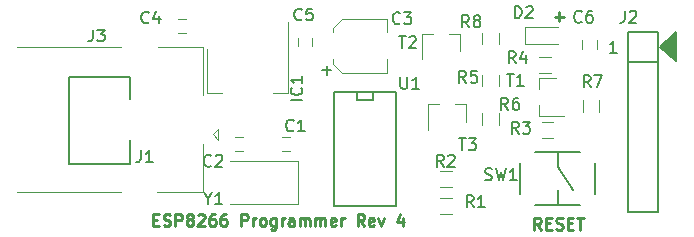
<source format=gbr>
G04 #@! TF.GenerationSoftware,KiCad,Pcbnew,5.0.0-fee4fd1~65~ubuntu17.10.1*
G04 #@! TF.CreationDate,2018-12-23T17:35:25+00:00*
G04 #@! TF.ProjectId,Programmer Using CH340G,50726F6772616D6D6572205573696E67,rev?*
G04 #@! TF.SameCoordinates,Original*
G04 #@! TF.FileFunction,Legend,Top*
G04 #@! TF.FilePolarity,Positive*
%FSLAX46Y46*%
G04 Gerber Fmt 4.6, Leading zero omitted, Abs format (unit mm)*
G04 Created by KiCad (PCBNEW 5.0.0-fee4fd1~65~ubuntu17.10.1) date Sun Dec 23 17:35:25 2018*
%MOMM*%
%LPD*%
G01*
G04 APERTURE LIST*
%ADD10C,0.150000*%
%ADD11C,0.250000*%
%ADD12C,0.120000*%
G04 APERTURE END LIST*
D10*
G36*
X134239000Y-42672000D02*
X135636000Y-41402000D01*
X135636000Y-43815000D01*
X134239000Y-42672000D01*
G37*
X134239000Y-42672000D02*
X135636000Y-41402000D01*
X135636000Y-43815000D01*
X134239000Y-42672000D01*
D11*
X125349047Y-40076428D02*
X126110952Y-40076428D01*
X125730000Y-40457380D02*
X125730000Y-39695476D01*
X91346071Y-57269071D02*
X91679404Y-57269071D01*
X91822261Y-57792880D02*
X91346071Y-57792880D01*
X91346071Y-56792880D01*
X91822261Y-56792880D01*
X92203214Y-57745261D02*
X92346071Y-57792880D01*
X92584166Y-57792880D01*
X92679404Y-57745261D01*
X92727023Y-57697642D01*
X92774642Y-57602404D01*
X92774642Y-57507166D01*
X92727023Y-57411928D01*
X92679404Y-57364309D01*
X92584166Y-57316690D01*
X92393690Y-57269071D01*
X92298452Y-57221452D01*
X92250833Y-57173833D01*
X92203214Y-57078595D01*
X92203214Y-56983357D01*
X92250833Y-56888119D01*
X92298452Y-56840500D01*
X92393690Y-56792880D01*
X92631785Y-56792880D01*
X92774642Y-56840500D01*
X93203214Y-57792880D02*
X93203214Y-56792880D01*
X93584166Y-56792880D01*
X93679404Y-56840500D01*
X93727023Y-56888119D01*
X93774642Y-56983357D01*
X93774642Y-57126214D01*
X93727023Y-57221452D01*
X93679404Y-57269071D01*
X93584166Y-57316690D01*
X93203214Y-57316690D01*
X94346071Y-57221452D02*
X94250833Y-57173833D01*
X94203214Y-57126214D01*
X94155595Y-57030976D01*
X94155595Y-56983357D01*
X94203214Y-56888119D01*
X94250833Y-56840500D01*
X94346071Y-56792880D01*
X94536547Y-56792880D01*
X94631785Y-56840500D01*
X94679404Y-56888119D01*
X94727023Y-56983357D01*
X94727023Y-57030976D01*
X94679404Y-57126214D01*
X94631785Y-57173833D01*
X94536547Y-57221452D01*
X94346071Y-57221452D01*
X94250833Y-57269071D01*
X94203214Y-57316690D01*
X94155595Y-57411928D01*
X94155595Y-57602404D01*
X94203214Y-57697642D01*
X94250833Y-57745261D01*
X94346071Y-57792880D01*
X94536547Y-57792880D01*
X94631785Y-57745261D01*
X94679404Y-57697642D01*
X94727023Y-57602404D01*
X94727023Y-57411928D01*
X94679404Y-57316690D01*
X94631785Y-57269071D01*
X94536547Y-57221452D01*
X95107976Y-56888119D02*
X95155595Y-56840500D01*
X95250833Y-56792880D01*
X95488928Y-56792880D01*
X95584166Y-56840500D01*
X95631785Y-56888119D01*
X95679404Y-56983357D01*
X95679404Y-57078595D01*
X95631785Y-57221452D01*
X95060357Y-57792880D01*
X95679404Y-57792880D01*
X96536547Y-56792880D02*
X96346071Y-56792880D01*
X96250833Y-56840500D01*
X96203214Y-56888119D01*
X96107976Y-57030976D01*
X96060357Y-57221452D01*
X96060357Y-57602404D01*
X96107976Y-57697642D01*
X96155595Y-57745261D01*
X96250833Y-57792880D01*
X96441309Y-57792880D01*
X96536547Y-57745261D01*
X96584166Y-57697642D01*
X96631785Y-57602404D01*
X96631785Y-57364309D01*
X96584166Y-57269071D01*
X96536547Y-57221452D01*
X96441309Y-57173833D01*
X96250833Y-57173833D01*
X96155595Y-57221452D01*
X96107976Y-57269071D01*
X96060357Y-57364309D01*
X97488928Y-56792880D02*
X97298452Y-56792880D01*
X97203214Y-56840500D01*
X97155595Y-56888119D01*
X97060357Y-57030976D01*
X97012738Y-57221452D01*
X97012738Y-57602404D01*
X97060357Y-57697642D01*
X97107976Y-57745261D01*
X97203214Y-57792880D01*
X97393690Y-57792880D01*
X97488928Y-57745261D01*
X97536547Y-57697642D01*
X97584166Y-57602404D01*
X97584166Y-57364309D01*
X97536547Y-57269071D01*
X97488928Y-57221452D01*
X97393690Y-57173833D01*
X97203214Y-57173833D01*
X97107976Y-57221452D01*
X97060357Y-57269071D01*
X97012738Y-57364309D01*
X98774642Y-57792880D02*
X98774642Y-56792880D01*
X99155595Y-56792880D01*
X99250833Y-56840500D01*
X99298452Y-56888119D01*
X99346071Y-56983357D01*
X99346071Y-57126214D01*
X99298452Y-57221452D01*
X99250833Y-57269071D01*
X99155595Y-57316690D01*
X98774642Y-57316690D01*
X99774642Y-57792880D02*
X99774642Y-57126214D01*
X99774642Y-57316690D02*
X99822261Y-57221452D01*
X99869880Y-57173833D01*
X99965119Y-57126214D01*
X100060357Y-57126214D01*
X100536547Y-57792880D02*
X100441309Y-57745261D01*
X100393690Y-57697642D01*
X100346071Y-57602404D01*
X100346071Y-57316690D01*
X100393690Y-57221452D01*
X100441309Y-57173833D01*
X100536547Y-57126214D01*
X100679404Y-57126214D01*
X100774642Y-57173833D01*
X100822261Y-57221452D01*
X100869880Y-57316690D01*
X100869880Y-57602404D01*
X100822261Y-57697642D01*
X100774642Y-57745261D01*
X100679404Y-57792880D01*
X100536547Y-57792880D01*
X101727023Y-57126214D02*
X101727023Y-57935738D01*
X101679404Y-58030976D01*
X101631785Y-58078595D01*
X101536547Y-58126214D01*
X101393690Y-58126214D01*
X101298452Y-58078595D01*
X101727023Y-57745261D02*
X101631785Y-57792880D01*
X101441309Y-57792880D01*
X101346071Y-57745261D01*
X101298452Y-57697642D01*
X101250833Y-57602404D01*
X101250833Y-57316690D01*
X101298452Y-57221452D01*
X101346071Y-57173833D01*
X101441309Y-57126214D01*
X101631785Y-57126214D01*
X101727023Y-57173833D01*
X102203214Y-57792880D02*
X102203214Y-57126214D01*
X102203214Y-57316690D02*
X102250833Y-57221452D01*
X102298452Y-57173833D01*
X102393690Y-57126214D01*
X102488928Y-57126214D01*
X103250833Y-57792880D02*
X103250833Y-57269071D01*
X103203214Y-57173833D01*
X103107976Y-57126214D01*
X102917500Y-57126214D01*
X102822261Y-57173833D01*
X103250833Y-57745261D02*
X103155595Y-57792880D01*
X102917500Y-57792880D01*
X102822261Y-57745261D01*
X102774642Y-57650023D01*
X102774642Y-57554785D01*
X102822261Y-57459547D01*
X102917500Y-57411928D01*
X103155595Y-57411928D01*
X103250833Y-57364309D01*
X103727023Y-57792880D02*
X103727023Y-57126214D01*
X103727023Y-57221452D02*
X103774642Y-57173833D01*
X103869880Y-57126214D01*
X104012738Y-57126214D01*
X104107976Y-57173833D01*
X104155595Y-57269071D01*
X104155595Y-57792880D01*
X104155595Y-57269071D02*
X104203214Y-57173833D01*
X104298452Y-57126214D01*
X104441309Y-57126214D01*
X104536547Y-57173833D01*
X104584166Y-57269071D01*
X104584166Y-57792880D01*
X105060357Y-57792880D02*
X105060357Y-57126214D01*
X105060357Y-57221452D02*
X105107976Y-57173833D01*
X105203214Y-57126214D01*
X105346071Y-57126214D01*
X105441309Y-57173833D01*
X105488928Y-57269071D01*
X105488928Y-57792880D01*
X105488928Y-57269071D02*
X105536547Y-57173833D01*
X105631785Y-57126214D01*
X105774642Y-57126214D01*
X105869880Y-57173833D01*
X105917500Y-57269071D01*
X105917500Y-57792880D01*
X106774642Y-57745261D02*
X106679404Y-57792880D01*
X106488928Y-57792880D01*
X106393690Y-57745261D01*
X106346071Y-57650023D01*
X106346071Y-57269071D01*
X106393690Y-57173833D01*
X106488928Y-57126214D01*
X106679404Y-57126214D01*
X106774642Y-57173833D01*
X106822261Y-57269071D01*
X106822261Y-57364309D01*
X106346071Y-57459547D01*
X107250833Y-57792880D02*
X107250833Y-57126214D01*
X107250833Y-57316690D02*
X107298452Y-57221452D01*
X107346071Y-57173833D01*
X107441309Y-57126214D01*
X107536547Y-57126214D01*
X109203214Y-57792880D02*
X108869880Y-57316690D01*
X108631785Y-57792880D02*
X108631785Y-56792880D01*
X109012738Y-56792880D01*
X109107976Y-56840500D01*
X109155595Y-56888119D01*
X109203214Y-56983357D01*
X109203214Y-57126214D01*
X109155595Y-57221452D01*
X109107976Y-57269071D01*
X109012738Y-57316690D01*
X108631785Y-57316690D01*
X110012738Y-57745261D02*
X109917500Y-57792880D01*
X109727023Y-57792880D01*
X109631785Y-57745261D01*
X109584166Y-57650023D01*
X109584166Y-57269071D01*
X109631785Y-57173833D01*
X109727023Y-57126214D01*
X109917500Y-57126214D01*
X110012738Y-57173833D01*
X110060357Y-57269071D01*
X110060357Y-57364309D01*
X109584166Y-57459547D01*
X110393690Y-57126214D02*
X110631785Y-57792880D01*
X110869880Y-57126214D01*
X112441309Y-57126214D02*
X112441309Y-57792880D01*
X112203214Y-56745261D02*
X111965119Y-57459547D01*
X112584166Y-57459547D01*
X124150619Y-58110380D02*
X123817285Y-57634190D01*
X123579190Y-58110380D02*
X123579190Y-57110380D01*
X123960142Y-57110380D01*
X124055380Y-57158000D01*
X124103000Y-57205619D01*
X124150619Y-57300857D01*
X124150619Y-57443714D01*
X124103000Y-57538952D01*
X124055380Y-57586571D01*
X123960142Y-57634190D01*
X123579190Y-57634190D01*
X124579190Y-57586571D02*
X124912523Y-57586571D01*
X125055380Y-58110380D02*
X124579190Y-58110380D01*
X124579190Y-57110380D01*
X125055380Y-57110380D01*
X125436333Y-58062761D02*
X125579190Y-58110380D01*
X125817285Y-58110380D01*
X125912523Y-58062761D01*
X125960142Y-58015142D01*
X126007761Y-57919904D01*
X126007761Y-57824666D01*
X125960142Y-57729428D01*
X125912523Y-57681809D01*
X125817285Y-57634190D01*
X125626809Y-57586571D01*
X125531571Y-57538952D01*
X125483952Y-57491333D01*
X125436333Y-57396095D01*
X125436333Y-57300857D01*
X125483952Y-57205619D01*
X125531571Y-57158000D01*
X125626809Y-57110380D01*
X125864904Y-57110380D01*
X126007761Y-57158000D01*
X126436333Y-57586571D02*
X126769666Y-57586571D01*
X126912523Y-58110380D02*
X126436333Y-58110380D01*
X126436333Y-57110380D01*
X126912523Y-57110380D01*
X127198238Y-57110380D02*
X127769666Y-57110380D01*
X127483952Y-58110380D02*
X127483952Y-57110380D01*
D10*
G04 #@! TO.C,J1*
X84201000Y-52514500D02*
X84201000Y-48831500D01*
X89408000Y-52514500D02*
X84201000Y-52514500D01*
X89408000Y-50482500D02*
X89408000Y-52514500D01*
X89408000Y-45148500D02*
X89408000Y-47053500D01*
X84201000Y-45148500D02*
X89408000Y-45148500D01*
X84201000Y-48831500D02*
X84201000Y-45148500D01*
D12*
G04 #@! TO.C,IC1*
X102724000Y-40540500D02*
X102724000Y-46550500D01*
X95904000Y-42790500D02*
X95904000Y-46550500D01*
X102724000Y-46550500D02*
X101464000Y-46550500D01*
X95904000Y-46550500D02*
X97164000Y-46550500D01*
G04 #@! TO.C,Y1*
X103570500Y-52302000D02*
X97820500Y-52302000D01*
X103570500Y-55902000D02*
X103570500Y-52302000D01*
X97820500Y-55902000D02*
X103570500Y-55902000D01*
D10*
G04 #@! TO.C,J2*
X131572000Y-43942000D02*
X134112000Y-43942000D01*
X131572000Y-56642000D02*
X131572000Y-41402000D01*
X134112000Y-56642000D02*
X131572000Y-56642000D01*
X134112000Y-41402000D02*
X134112000Y-56642000D01*
X131572000Y-41402000D02*
X134112000Y-41402000D01*
D12*
G04 #@! TO.C,J3*
X96369000Y-50038000D02*
X96819000Y-50488000D01*
X96819000Y-50488000D02*
X96819000Y-49588000D01*
X96819000Y-49588000D02*
X96369000Y-50038000D01*
X95519000Y-50838000D02*
X95519000Y-54938000D01*
X95519000Y-54938000D02*
X91669000Y-54938000D01*
X88619000Y-54938000D02*
X79819000Y-54938000D01*
X95519000Y-46738000D02*
X95519000Y-42638000D01*
X95519000Y-42638000D02*
X91719000Y-42638000D01*
X88569000Y-42638000D02*
X79819000Y-42638000D01*
G04 #@! TO.C,C1*
X102902500Y-51463500D02*
X102202500Y-51463500D01*
X102202500Y-50263500D02*
X102902500Y-50263500D01*
G04 #@! TO.C,C2*
X98265500Y-50263500D02*
X98965500Y-50263500D01*
X98965500Y-51463500D02*
X98265500Y-51463500D01*
G04 #@! TO.C,C4*
X93388000Y-40230500D02*
X94088000Y-40230500D01*
X94088000Y-41430500D02*
X93388000Y-41430500D01*
G04 #@! TO.C,C6*
X128870000Y-42080000D02*
X128870000Y-42780000D01*
X127670000Y-42780000D02*
X127670000Y-42080000D01*
G04 #@! TO.C,R1*
X116590000Y-56814000D02*
X115590000Y-56814000D01*
X115590000Y-55454000D02*
X116590000Y-55454000D01*
G04 #@! TO.C,R2*
X115590000Y-53168000D02*
X116590000Y-53168000D01*
X116590000Y-54528000D02*
X115590000Y-54528000D01*
G04 #@! TO.C,R3*
X124214000Y-48977000D02*
X125214000Y-48977000D01*
X125214000Y-50337000D02*
X124214000Y-50337000D01*
G04 #@! TO.C,R4*
X123972000Y-43516000D02*
X124972000Y-43516000D01*
X124972000Y-44876000D02*
X123972000Y-44876000D01*
G04 #@! TO.C,R5*
X119208000Y-45978000D02*
X119208000Y-44978000D01*
X120568000Y-44978000D02*
X120568000Y-45978000D01*
G04 #@! TO.C,R6*
X119208000Y-49268000D02*
X119208000Y-48268000D01*
X120568000Y-48268000D02*
X120568000Y-49268000D01*
G04 #@! TO.C,D2*
X122830000Y-40956000D02*
X125630000Y-40956000D01*
X122830000Y-42356000D02*
X125630000Y-42356000D01*
X122830000Y-40956000D02*
X122830000Y-42356000D01*
G04 #@! TO.C,R7*
X127717000Y-48125000D02*
X127717000Y-47125000D01*
X129077000Y-47125000D02*
X129077000Y-48125000D01*
G04 #@! TO.C,R8*
X120568000Y-41422000D02*
X120568000Y-42422000D01*
X119208000Y-42422000D02*
X119208000Y-41422000D01*
G04 #@! TO.C,C3*
X107297000Y-44815000D02*
X106527000Y-44055000D01*
X107297000Y-44815000D02*
X111107000Y-44815000D01*
X107297000Y-40245000D02*
X106527000Y-41005000D01*
X107297000Y-40245000D02*
X111107000Y-40245000D01*
X106527000Y-41005000D02*
X106527000Y-41415000D01*
X106527000Y-44055000D02*
X106527000Y-43645000D01*
X111107000Y-44815000D02*
X111107000Y-43645000D01*
X111107000Y-40245000D02*
X111107000Y-41415000D01*
G04 #@! TO.C,C5*
X103603500Y-42577500D02*
X103603500Y-41877500D01*
X104803500Y-41877500D02*
X104803500Y-42577500D01*
D10*
G04 #@! TO.C,SW1*
X127508000Y-51562000D02*
X123698000Y-51562000D01*
X127508000Y-56007000D02*
X123698000Y-56007000D01*
X125603000Y-51562000D02*
X125603000Y-52832000D01*
X125603000Y-52832000D02*
X126873000Y-54737000D01*
X125603000Y-54737000D02*
X125603000Y-56007000D01*
X128778000Y-52451000D02*
X128778000Y-55118000D01*
X122428000Y-52451000D02*
X122428000Y-55118000D01*
D12*
G04 #@! TO.C,T1*
X123954000Y-45283000D02*
X123954000Y-46213000D01*
X123954000Y-48443000D02*
X123954000Y-47513000D01*
X123954000Y-48443000D02*
X126114000Y-48443000D01*
X123954000Y-45283000D02*
X125414000Y-45283000D01*
G04 #@! TO.C,T2*
X117277000Y-41531000D02*
X117277000Y-42991000D01*
X114117000Y-41531000D02*
X114117000Y-43691000D01*
X114117000Y-41531000D02*
X115047000Y-41531000D01*
X117277000Y-41531000D02*
X116347000Y-41531000D01*
G04 #@! TO.C,T3*
X117785000Y-47500000D02*
X116855000Y-47500000D01*
X114625000Y-47500000D02*
X115555000Y-47500000D01*
X114625000Y-47500000D02*
X114625000Y-49660000D01*
X117785000Y-47500000D02*
X117785000Y-48960000D01*
D10*
G04 #@! TO.C,U1*
X106680000Y-46482000D02*
X106680000Y-56134000D01*
X106680000Y-56134000D02*
X111887000Y-56134000D01*
X111887000Y-56134000D02*
X111887000Y-46482000D01*
X111887000Y-46482000D02*
X106680000Y-46482000D01*
X108585000Y-46482000D02*
X108585000Y-47117000D01*
X108585000Y-47117000D02*
X109982000Y-47117000D01*
X109982000Y-47117000D02*
X109982000Y-46482000D01*
G04 #@! TO.C,J1*
X90281166Y-51395380D02*
X90281166Y-52109666D01*
X90233547Y-52252523D01*
X90138309Y-52347761D01*
X89995452Y-52395380D01*
X89900214Y-52395380D01*
X91281166Y-52395380D02*
X90709738Y-52395380D01*
X90995452Y-52395380D02*
X90995452Y-51395380D01*
X90900214Y-51538238D01*
X90804976Y-51633476D01*
X90709738Y-51681095D01*
G04 #@! TO.C,IC1*
X103957380Y-47140690D02*
X102957380Y-47140690D01*
X103862142Y-46093071D02*
X103909761Y-46140690D01*
X103957380Y-46283547D01*
X103957380Y-46378785D01*
X103909761Y-46521642D01*
X103814523Y-46616880D01*
X103719285Y-46664500D01*
X103528809Y-46712119D01*
X103385952Y-46712119D01*
X103195476Y-46664500D01*
X103100238Y-46616880D01*
X103005000Y-46521642D01*
X102957380Y-46378785D01*
X102957380Y-46283547D01*
X103005000Y-46140690D01*
X103052619Y-46093071D01*
X103957380Y-45140690D02*
X103957380Y-45712119D01*
X103957380Y-45426404D02*
X102957380Y-45426404D01*
X103100238Y-45521642D01*
X103195476Y-45616880D01*
X103243095Y-45712119D01*
G04 #@! TO.C,Y1*
X95980309Y-55475190D02*
X95980309Y-55951380D01*
X95646976Y-54951380D02*
X95980309Y-55475190D01*
X96313642Y-54951380D01*
X97170785Y-55951380D02*
X96599357Y-55951380D01*
X96885071Y-55951380D02*
X96885071Y-54951380D01*
X96789833Y-55094238D01*
X96694595Y-55189476D01*
X96599357Y-55237095D01*
G04 #@! TO.C,J2*
X131238666Y-39584380D02*
X131238666Y-40298666D01*
X131191047Y-40441523D01*
X131095809Y-40536761D01*
X130952952Y-40584380D01*
X130857714Y-40584380D01*
X131667238Y-39679619D02*
X131714857Y-39632000D01*
X131810095Y-39584380D01*
X132048190Y-39584380D01*
X132143428Y-39632000D01*
X132191047Y-39679619D01*
X132238666Y-39774857D01*
X132238666Y-39870095D01*
X132191047Y-40012952D01*
X131619619Y-40584380D01*
X132238666Y-40584380D01*
X130587714Y-43124380D02*
X130016285Y-43124380D01*
X130302000Y-43124380D02*
X130302000Y-42124380D01*
X130206761Y-42267238D01*
X130111523Y-42362476D01*
X130016285Y-42410095D01*
G04 #@! TO.C,J3*
X86217166Y-41171880D02*
X86217166Y-41886166D01*
X86169547Y-42029023D01*
X86074309Y-42124261D01*
X85931452Y-42171880D01*
X85836214Y-42171880D01*
X86598119Y-41171880D02*
X87217166Y-41171880D01*
X86883833Y-41552833D01*
X87026690Y-41552833D01*
X87121928Y-41600452D01*
X87169547Y-41648071D01*
X87217166Y-41743309D01*
X87217166Y-41981404D01*
X87169547Y-42076642D01*
X87121928Y-42124261D01*
X87026690Y-42171880D01*
X86740976Y-42171880D01*
X86645738Y-42124261D01*
X86598119Y-42076642D01*
G04 #@! TO.C,C1*
X103211333Y-49696642D02*
X103163714Y-49744261D01*
X103020857Y-49791880D01*
X102925619Y-49791880D01*
X102782761Y-49744261D01*
X102687523Y-49649023D01*
X102639904Y-49553785D01*
X102592285Y-49363309D01*
X102592285Y-49220452D01*
X102639904Y-49029976D01*
X102687523Y-48934738D01*
X102782761Y-48839500D01*
X102925619Y-48791880D01*
X103020857Y-48791880D01*
X103163714Y-48839500D01*
X103211333Y-48887119D01*
X104163714Y-49791880D02*
X103592285Y-49791880D01*
X103878000Y-49791880D02*
X103878000Y-48791880D01*
X103782761Y-48934738D01*
X103687523Y-49029976D01*
X103592285Y-49077595D01*
G04 #@! TO.C,C2*
X96226333Y-52681142D02*
X96178714Y-52728761D01*
X96035857Y-52776380D01*
X95940619Y-52776380D01*
X95797761Y-52728761D01*
X95702523Y-52633523D01*
X95654904Y-52538285D01*
X95607285Y-52347809D01*
X95607285Y-52204952D01*
X95654904Y-52014476D01*
X95702523Y-51919238D01*
X95797761Y-51824000D01*
X95940619Y-51776380D01*
X96035857Y-51776380D01*
X96178714Y-51824000D01*
X96226333Y-51871619D01*
X96607285Y-51871619D02*
X96654904Y-51824000D01*
X96750142Y-51776380D01*
X96988238Y-51776380D01*
X97083476Y-51824000D01*
X97131095Y-51871619D01*
X97178714Y-51966857D01*
X97178714Y-52062095D01*
X97131095Y-52204952D01*
X96559666Y-52776380D01*
X97178714Y-52776380D01*
G04 #@! TO.C,C4*
X90955833Y-40552642D02*
X90908214Y-40600261D01*
X90765357Y-40647880D01*
X90670119Y-40647880D01*
X90527261Y-40600261D01*
X90432023Y-40505023D01*
X90384404Y-40409785D01*
X90336785Y-40219309D01*
X90336785Y-40076452D01*
X90384404Y-39885976D01*
X90432023Y-39790738D01*
X90527261Y-39695500D01*
X90670119Y-39647880D01*
X90765357Y-39647880D01*
X90908214Y-39695500D01*
X90955833Y-39743119D01*
X91812976Y-39981214D02*
X91812976Y-40647880D01*
X91574880Y-39600261D02*
X91336785Y-40314547D01*
X91955833Y-40314547D01*
G04 #@! TO.C,C6*
X127595333Y-40489142D02*
X127547714Y-40536761D01*
X127404857Y-40584380D01*
X127309619Y-40584380D01*
X127166761Y-40536761D01*
X127071523Y-40441523D01*
X127023904Y-40346285D01*
X126976285Y-40155809D01*
X126976285Y-40012952D01*
X127023904Y-39822476D01*
X127071523Y-39727238D01*
X127166761Y-39632000D01*
X127309619Y-39584380D01*
X127404857Y-39584380D01*
X127547714Y-39632000D01*
X127595333Y-39679619D01*
X128452476Y-39584380D02*
X128262000Y-39584380D01*
X128166761Y-39632000D01*
X128119142Y-39679619D01*
X128023904Y-39822476D01*
X127976285Y-40012952D01*
X127976285Y-40393904D01*
X128023904Y-40489142D01*
X128071523Y-40536761D01*
X128166761Y-40584380D01*
X128357238Y-40584380D01*
X128452476Y-40536761D01*
X128500095Y-40489142D01*
X128547714Y-40393904D01*
X128547714Y-40155809D01*
X128500095Y-40060571D01*
X128452476Y-40012952D01*
X128357238Y-39965333D01*
X128166761Y-39965333D01*
X128071523Y-40012952D01*
X128023904Y-40060571D01*
X127976285Y-40155809D01*
G04 #@! TO.C,R1*
X118451333Y-56205380D02*
X118118000Y-55729190D01*
X117879904Y-56205380D02*
X117879904Y-55205380D01*
X118260857Y-55205380D01*
X118356095Y-55253000D01*
X118403714Y-55300619D01*
X118451333Y-55395857D01*
X118451333Y-55538714D01*
X118403714Y-55633952D01*
X118356095Y-55681571D01*
X118260857Y-55729190D01*
X117879904Y-55729190D01*
X119403714Y-56205380D02*
X118832285Y-56205380D01*
X119118000Y-56205380D02*
X119118000Y-55205380D01*
X119022761Y-55348238D01*
X118927523Y-55443476D01*
X118832285Y-55491095D01*
G04 #@! TO.C,R2*
X115911333Y-52776380D02*
X115578000Y-52300190D01*
X115339904Y-52776380D02*
X115339904Y-51776380D01*
X115720857Y-51776380D01*
X115816095Y-51824000D01*
X115863714Y-51871619D01*
X115911333Y-51966857D01*
X115911333Y-52109714D01*
X115863714Y-52204952D01*
X115816095Y-52252571D01*
X115720857Y-52300190D01*
X115339904Y-52300190D01*
X116292285Y-51871619D02*
X116339904Y-51824000D01*
X116435142Y-51776380D01*
X116673238Y-51776380D01*
X116768476Y-51824000D01*
X116816095Y-51871619D01*
X116863714Y-51966857D01*
X116863714Y-52062095D01*
X116816095Y-52204952D01*
X116244666Y-52776380D01*
X116863714Y-52776380D01*
G04 #@! TO.C,R3*
X122273333Y-49982380D02*
X121940000Y-49506190D01*
X121701904Y-49982380D02*
X121701904Y-48982380D01*
X122082857Y-48982380D01*
X122178095Y-49030000D01*
X122225714Y-49077619D01*
X122273333Y-49172857D01*
X122273333Y-49315714D01*
X122225714Y-49410952D01*
X122178095Y-49458571D01*
X122082857Y-49506190D01*
X121701904Y-49506190D01*
X122606666Y-48982380D02*
X123225714Y-48982380D01*
X122892380Y-49363333D01*
X123035238Y-49363333D01*
X123130476Y-49410952D01*
X123178095Y-49458571D01*
X123225714Y-49553809D01*
X123225714Y-49791904D01*
X123178095Y-49887142D01*
X123130476Y-49934761D01*
X123035238Y-49982380D01*
X122749523Y-49982380D01*
X122654285Y-49934761D01*
X122606666Y-49887142D01*
G04 #@! TO.C,R4*
X122007333Y-44013380D02*
X121674000Y-43537190D01*
X121435904Y-44013380D02*
X121435904Y-43013380D01*
X121816857Y-43013380D01*
X121912095Y-43061000D01*
X121959714Y-43108619D01*
X122007333Y-43203857D01*
X122007333Y-43346714D01*
X121959714Y-43441952D01*
X121912095Y-43489571D01*
X121816857Y-43537190D01*
X121435904Y-43537190D01*
X122864476Y-43346714D02*
X122864476Y-44013380D01*
X122626380Y-42965761D02*
X122388285Y-43680047D01*
X123007333Y-43680047D01*
G04 #@! TO.C,R5*
X117816333Y-45664380D02*
X117483000Y-45188190D01*
X117244904Y-45664380D02*
X117244904Y-44664380D01*
X117625857Y-44664380D01*
X117721095Y-44712000D01*
X117768714Y-44759619D01*
X117816333Y-44854857D01*
X117816333Y-44997714D01*
X117768714Y-45092952D01*
X117721095Y-45140571D01*
X117625857Y-45188190D01*
X117244904Y-45188190D01*
X118721095Y-44664380D02*
X118244904Y-44664380D01*
X118197285Y-45140571D01*
X118244904Y-45092952D01*
X118340142Y-45045333D01*
X118578238Y-45045333D01*
X118673476Y-45092952D01*
X118721095Y-45140571D01*
X118768714Y-45235809D01*
X118768714Y-45473904D01*
X118721095Y-45569142D01*
X118673476Y-45616761D01*
X118578238Y-45664380D01*
X118340142Y-45664380D01*
X118244904Y-45616761D01*
X118197285Y-45569142D01*
G04 #@! TO.C,R6*
X121372333Y-47950380D02*
X121039000Y-47474190D01*
X120800904Y-47950380D02*
X120800904Y-46950380D01*
X121181857Y-46950380D01*
X121277095Y-46998000D01*
X121324714Y-47045619D01*
X121372333Y-47140857D01*
X121372333Y-47283714D01*
X121324714Y-47378952D01*
X121277095Y-47426571D01*
X121181857Y-47474190D01*
X120800904Y-47474190D01*
X122229476Y-46950380D02*
X122039000Y-46950380D01*
X121943761Y-46998000D01*
X121896142Y-47045619D01*
X121800904Y-47188476D01*
X121753285Y-47378952D01*
X121753285Y-47759904D01*
X121800904Y-47855142D01*
X121848523Y-47902761D01*
X121943761Y-47950380D01*
X122134238Y-47950380D01*
X122229476Y-47902761D01*
X122277095Y-47855142D01*
X122324714Y-47759904D01*
X122324714Y-47521809D01*
X122277095Y-47426571D01*
X122229476Y-47378952D01*
X122134238Y-47331333D01*
X121943761Y-47331333D01*
X121848523Y-47378952D01*
X121800904Y-47426571D01*
X121753285Y-47521809D01*
G04 #@! TO.C,D2*
X121943904Y-40203380D02*
X121943904Y-39203380D01*
X122182000Y-39203380D01*
X122324857Y-39251000D01*
X122420095Y-39346238D01*
X122467714Y-39441476D01*
X122515333Y-39631952D01*
X122515333Y-39774809D01*
X122467714Y-39965285D01*
X122420095Y-40060523D01*
X122324857Y-40155761D01*
X122182000Y-40203380D01*
X121943904Y-40203380D01*
X122896285Y-39298619D02*
X122943904Y-39251000D01*
X123039142Y-39203380D01*
X123277238Y-39203380D01*
X123372476Y-39251000D01*
X123420095Y-39298619D01*
X123467714Y-39393857D01*
X123467714Y-39489095D01*
X123420095Y-39631952D01*
X122848666Y-40203380D01*
X123467714Y-40203380D01*
G04 #@! TO.C,R7*
X128357333Y-46045380D02*
X128024000Y-45569190D01*
X127785904Y-46045380D02*
X127785904Y-45045380D01*
X128166857Y-45045380D01*
X128262095Y-45093000D01*
X128309714Y-45140619D01*
X128357333Y-45235857D01*
X128357333Y-45378714D01*
X128309714Y-45473952D01*
X128262095Y-45521571D01*
X128166857Y-45569190D01*
X127785904Y-45569190D01*
X128690666Y-45045380D02*
X129357333Y-45045380D01*
X128928761Y-46045380D01*
G04 #@! TO.C,R8*
X118070333Y-40965380D02*
X117737000Y-40489190D01*
X117498904Y-40965380D02*
X117498904Y-39965380D01*
X117879857Y-39965380D01*
X117975095Y-40013000D01*
X118022714Y-40060619D01*
X118070333Y-40155857D01*
X118070333Y-40298714D01*
X118022714Y-40393952D01*
X117975095Y-40441571D01*
X117879857Y-40489190D01*
X117498904Y-40489190D01*
X118641761Y-40393952D02*
X118546523Y-40346333D01*
X118498904Y-40298714D01*
X118451285Y-40203476D01*
X118451285Y-40155857D01*
X118498904Y-40060619D01*
X118546523Y-40013000D01*
X118641761Y-39965380D01*
X118832238Y-39965380D01*
X118927476Y-40013000D01*
X118975095Y-40060619D01*
X119022714Y-40155857D01*
X119022714Y-40203476D01*
X118975095Y-40298714D01*
X118927476Y-40346333D01*
X118832238Y-40393952D01*
X118641761Y-40393952D01*
X118546523Y-40441571D01*
X118498904Y-40489190D01*
X118451285Y-40584428D01*
X118451285Y-40774904D01*
X118498904Y-40870142D01*
X118546523Y-40917761D01*
X118641761Y-40965380D01*
X118832238Y-40965380D01*
X118927476Y-40917761D01*
X118975095Y-40870142D01*
X119022714Y-40774904D01*
X119022714Y-40584428D01*
X118975095Y-40489190D01*
X118927476Y-40441571D01*
X118832238Y-40393952D01*
G04 #@! TO.C,C3*
X112228333Y-40616142D02*
X112180714Y-40663761D01*
X112037857Y-40711380D01*
X111942619Y-40711380D01*
X111799761Y-40663761D01*
X111704523Y-40568523D01*
X111656904Y-40473285D01*
X111609285Y-40282809D01*
X111609285Y-40139952D01*
X111656904Y-39949476D01*
X111704523Y-39854238D01*
X111799761Y-39759000D01*
X111942619Y-39711380D01*
X112037857Y-39711380D01*
X112180714Y-39759000D01*
X112228333Y-39806619D01*
X112561666Y-39711380D02*
X113180714Y-39711380D01*
X112847380Y-40092333D01*
X112990238Y-40092333D01*
X113085476Y-40139952D01*
X113133095Y-40187571D01*
X113180714Y-40282809D01*
X113180714Y-40520904D01*
X113133095Y-40616142D01*
X113085476Y-40663761D01*
X112990238Y-40711380D01*
X112704523Y-40711380D01*
X112609285Y-40663761D01*
X112561666Y-40616142D01*
X105656047Y-44606428D02*
X106417952Y-44606428D01*
X106037000Y-44987380D02*
X106037000Y-44225476D01*
G04 #@! TO.C,C5*
X103909833Y-40298642D02*
X103862214Y-40346261D01*
X103719357Y-40393880D01*
X103624119Y-40393880D01*
X103481261Y-40346261D01*
X103386023Y-40251023D01*
X103338404Y-40155785D01*
X103290785Y-39965309D01*
X103290785Y-39822452D01*
X103338404Y-39631976D01*
X103386023Y-39536738D01*
X103481261Y-39441500D01*
X103624119Y-39393880D01*
X103719357Y-39393880D01*
X103862214Y-39441500D01*
X103909833Y-39489119D01*
X104814595Y-39393880D02*
X104338404Y-39393880D01*
X104290785Y-39870071D01*
X104338404Y-39822452D01*
X104433642Y-39774833D01*
X104671738Y-39774833D01*
X104766976Y-39822452D01*
X104814595Y-39870071D01*
X104862214Y-39965309D01*
X104862214Y-40203404D01*
X104814595Y-40298642D01*
X104766976Y-40346261D01*
X104671738Y-40393880D01*
X104433642Y-40393880D01*
X104338404Y-40346261D01*
X104290785Y-40298642D01*
G04 #@! TO.C,SW1*
X119443666Y-53871761D02*
X119586523Y-53919380D01*
X119824619Y-53919380D01*
X119919857Y-53871761D01*
X119967476Y-53824142D01*
X120015095Y-53728904D01*
X120015095Y-53633666D01*
X119967476Y-53538428D01*
X119919857Y-53490809D01*
X119824619Y-53443190D01*
X119634142Y-53395571D01*
X119538904Y-53347952D01*
X119491285Y-53300333D01*
X119443666Y-53205095D01*
X119443666Y-53109857D01*
X119491285Y-53014619D01*
X119538904Y-52967000D01*
X119634142Y-52919380D01*
X119872238Y-52919380D01*
X120015095Y-52967000D01*
X120348428Y-52919380D02*
X120586523Y-53919380D01*
X120777000Y-53205095D01*
X120967476Y-53919380D01*
X121205571Y-52919380D01*
X122110333Y-53919380D02*
X121538904Y-53919380D01*
X121824619Y-53919380D02*
X121824619Y-52919380D01*
X121729380Y-53062238D01*
X121634142Y-53157476D01*
X121538904Y-53205095D01*
G04 #@! TO.C,T1*
X121285095Y-44918380D02*
X121856523Y-44918380D01*
X121570809Y-45918380D02*
X121570809Y-44918380D01*
X122713666Y-45918380D02*
X122142238Y-45918380D01*
X122427952Y-45918380D02*
X122427952Y-44918380D01*
X122332714Y-45061238D01*
X122237476Y-45156476D01*
X122142238Y-45204095D01*
G04 #@! TO.C,T2*
X112141095Y-41743380D02*
X112712523Y-41743380D01*
X112426809Y-42743380D02*
X112426809Y-41743380D01*
X112998238Y-41838619D02*
X113045857Y-41791000D01*
X113141095Y-41743380D01*
X113379190Y-41743380D01*
X113474428Y-41791000D01*
X113522047Y-41838619D01*
X113569666Y-41933857D01*
X113569666Y-42029095D01*
X113522047Y-42171952D01*
X112950619Y-42743380D01*
X113569666Y-42743380D01*
G04 #@! TO.C,T3*
X117221095Y-50379380D02*
X117792523Y-50379380D01*
X117506809Y-51379380D02*
X117506809Y-50379380D01*
X118030619Y-50379380D02*
X118649666Y-50379380D01*
X118316333Y-50760333D01*
X118459190Y-50760333D01*
X118554428Y-50807952D01*
X118602047Y-50855571D01*
X118649666Y-50950809D01*
X118649666Y-51188904D01*
X118602047Y-51284142D01*
X118554428Y-51331761D01*
X118459190Y-51379380D01*
X118173476Y-51379380D01*
X118078238Y-51331761D01*
X118030619Y-51284142D01*
G04 #@! TO.C,U1*
X112268095Y-45172380D02*
X112268095Y-45981904D01*
X112315714Y-46077142D01*
X112363333Y-46124761D01*
X112458571Y-46172380D01*
X112649047Y-46172380D01*
X112744285Y-46124761D01*
X112791904Y-46077142D01*
X112839523Y-45981904D01*
X112839523Y-45172380D01*
X113839523Y-46172380D02*
X113268095Y-46172380D01*
X113553809Y-46172380D02*
X113553809Y-45172380D01*
X113458571Y-45315238D01*
X113363333Y-45410476D01*
X113268095Y-45458095D01*
G04 #@! TD*
M02*

</source>
